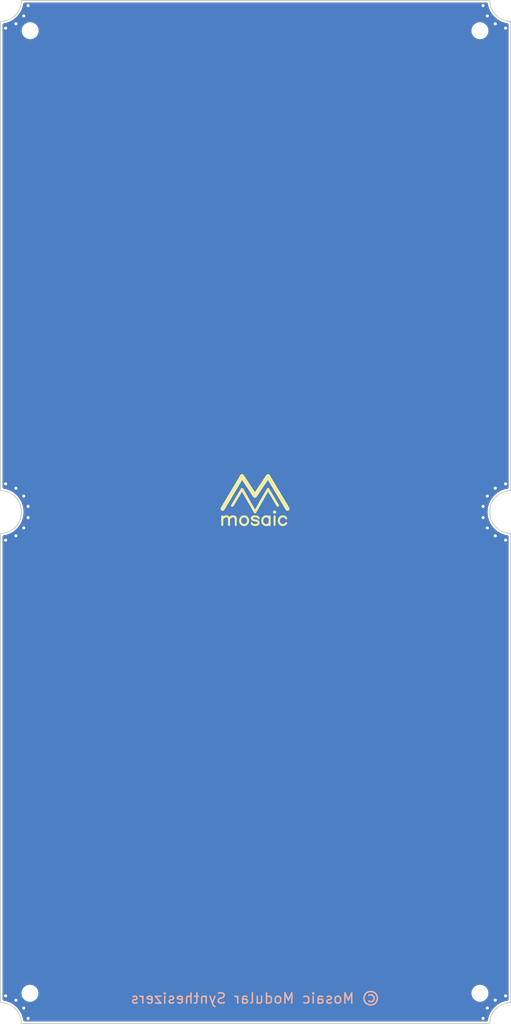
<source format=kicad_pcb>
(kicad_pcb (version 20240108) (generator "pcbnew") (generator_version "8.0")
  (title_block (company "Mosaic modular Synthesizers"))
  (layers (0 "F.Cu" signal) (31 "B.Cu" signal) (34 "B.Paste" user) (35 "F.Paste" user) (36 "B.SilkS" user "B.Silkscreen") (37 "F.SilkS" user "F.Silkscreen") (38 "B.Mask" user) (39 "F.Mask" user) (44 "Edge.Cuts" user))
  (net 0 "")
  (net 1 "GND")
  (footprint "0-MM:MM_LOGO" (layer "F.Cu") (at 149.95 100)
    (property "Reference" "REF3" (hide yes))
    (property "Value" "logo" (hide yes))
    (fp_line (start -3.209537 0.427546) (end -3.209537 0.668546) (stroke (width 0.2)) (layer "F.SilkS"))
    (fp_line (start -3.209537 0.668546) (end -3.209537 1.269546) (stroke (width 0.2)) (layer "F.SilkS"))
    (fp_line (start -3.209537 0.668546) (end -3.028537 0.487546) (stroke (width 0.2)) (layer "F.SilkS"))
    (fp_line (start -3.175 -0.3175) (end -1.27 -3.4925) (stroke (width 0.4064)) (layer "F.SilkS"))
    (fp_line (start -3.028537 0.487546) (end -2.908537 0.427546) (stroke (width 0.2)) (layer "F.SilkS"))
    (fp_line (start -2.908537 0.427546) (end -2.727537 0.427546) (stroke (width 0.2)) (layer "F.SilkS"))
    (fp_line (start -2.727537 0.427546) (end -2.607537 0.487546) (stroke (width 0.2)) (layer "F.SilkS"))
    (fp_line (start -2.607537 0.487546) (end -2.547537 0.668546) (stroke (width 0.2)) (layer "F.SilkS"))
    (fp_line (start -2.547537 0.668546) (end -2.547537 1.269546) (stroke (width 0.2)) (layer "F.SilkS"))
    (fp_line (start -2.547537 0.668546) (end -2.366537 0.487546) (stroke (width 0.2)) (layer "F.SilkS"))
    (fp_line (start -2.366537 0.487546) (end -2.246537 0.427546) (stroke (width 0.2)) (layer "F.SilkS"))
    (fp_line (start -2.246537 0.427546) (end -2.065537 0.427546) (stroke (width 0.2)) (layer "F.SilkS"))
    (fp_line (start -2.065537 0.427546) (end -1.945537 0.487546) (stroke (width 0.2)) (layer "F.SilkS"))
    (fp_line (start -1.945537 0.487546) (end -1.885537 0.668546) (stroke (width 0.2)) (layer "F.SilkS"))
    (fp_line (start -1.885537 0.668546) (end -1.885537 1.269546) (stroke (width 0.2)) (layer "F.SilkS"))
    (fp_line (start -1.464537 0.788546) (end -1.464537 0.908546) (stroke (width 0.2)) (layer "F.SilkS"))
    (fp_line (start -1.464537 0.908546) (end -1.403537 1.089546) (stroke (width 0.2)) (layer "F.SilkS"))
    (fp_line (start -1.403537 0.607546) (end -1.464537 0.788546) (stroke (width 0.2)) (layer "F.SilkS"))
    (fp_line (start -1.403537 1.089546) (end -1.283537 1.209546) (stroke (width 0.2)) (layer "F.SilkS"))
    (fp_line (start -1.283537 0.487546) (end -1.403537 0.607546) (stroke (width 0.2)) (layer "F.SilkS"))
    (fp_line (start -1.283537 1.209546) (end -1.163537 1.269546) (stroke (width 0.2)) (layer "F.SilkS"))
    (fp_line (start -1.27 -3.4925) (end -0.01524 -1.589784) (stroke (width 0.4064)) (layer "F.SilkS"))
    (fp_line (start -1.27 -2.2225) (end -2.2225 -0.635) (stroke (width 0.254)) (layer "F.SilkS"))
    (fp_line (start -1.27 -2.2225) (end 0 0) (stroke (width 0.254)) (layer "F.SilkS"))
    (fp_line (start -1.163537 0.427546) (end -1.283537 0.487546) (stroke (width 0.2)) (layer "F.SilkS"))
    (fp_line (start -1.163537 1.269546) (end -0.982537 1.269546) (stroke (width 0.2)) (layer "F.SilkS"))
    (fp_line (start -0.982537 0.427546) (end -1.163537 0.427546) (stroke (width 0.2)) (layer "F.SilkS"))
    (fp_line (start -0.982537 1.269546) (end -0.862537 1.209546) (stroke (width 0.2)) (layer "F.SilkS"))
    (fp_line (start -0.862537 0.487546) (end -0.982537 0.427546) (stroke (width 0.2)) (layer "F.SilkS"))
    (fp_line (start -0.862537 1.209546) (end -0.742537 1.089546) (stroke (width 0.2)) (layer "F.SilkS"))
    (fp_line (start -0.742537 0.607546) (end -0.862537 0.487546) (stroke (width 0.2)) (layer "F.SilkS"))
    (fp_line (start -0.742537 1.089546) (end -0.681537 0.908546) (stroke (width 0.2)) (layer "F.SilkS"))
    (fp_line (start -0.681537 0.788546) (end -0.742537 0.607546) (stroke (width 0.2)) (layer "F.SilkS"))
    (fp_line (start -0.681537 0.908546) (end -0.681537 0.788546) (stroke (width 0.2)) (layer "F.SilkS"))
    (fp_line (start -0.320537 0.607546) (end -0.260537 0.728546) (stroke (width 0.2)) (layer "F.SilkS"))
    (fp_line (start -0.260537 0.487546) (end -0.320537 0.607546) (stroke (width 0.2)) (layer "F.SilkS"))
    (fp_line (start -0.260537 0.728546) (end -0.140537 0.788546) (stroke (width 0.2)) (layer "F.SilkS"))
    (fp_line (start -0.260537 1.209546) (end -0.320537 1.089546) (stroke (width 0.2)) (layer "F.SilkS"))
    (fp_line (start -0.140537 0.788546) (end 0.160462 0.848546) (stroke (width 0.2)) (layer "F.SilkS"))
    (fp_line (start -0.080537 0.427546) (end -0.260537 0.487546) (stroke (width 0.2)) (layer "F.SilkS"))
    (fp_line (start -0.080537 1.269546) (end -0.260537 1.209546) (stroke (width 0.2)) (layer "F.SilkS"))
    (fp_line (start -0.01524 -1.589784) (end 1.27 -3.4925) (stroke (width 0.4064)) (layer "F.SilkS"))
    (fp_line (start 0 0) (end 1.27 -2.2225) (stroke (width 0.254)) (layer "F.SilkS"))
    (fp_line (start 0.100462 0.427546) (end -0.080537 0.427546) (stroke (width 0.2)) (layer "F.SilkS"))
    (fp_line (start 0.100462 1.269546) (end -0.080537 1.269546) (stroke (width 0.2)) (layer "F.SilkS"))
    (fp_line (start 0.160462 0.848546) (end 0.280462 0.908546) (stroke (width 0.2)) (layer "F.SilkS"))
    (fp_line (start 0.280462 0.487546) (end 0.100462 0.427546) (stroke (width 0.2)) (layer "F.SilkS"))
    (fp_line (start 0.280462 0.908546) (end 0.341462 1.029546) (stroke (width 0.2)) (layer "F.SilkS"))
    (fp_line (start 0.280462 1.209546) (end 0.100462 1.269546) (stroke (width 0.2)) (layer "F.SilkS"))
    (fp_line (start 0.341462 0.607546) (end 0.280462 0.487546) (stroke (width 0.2)) (layer "F.SilkS"))
    (fp_line (start 0.341462 1.029546) (end 0.341462 1.089546) (stroke (width 0.2)) (layer "F.SilkS"))
    (fp_line (start 0.341462 1.089546) (end 0.280462 1.209546) (stroke (width 0.2)) (layer "F.SilkS"))
    (fp_line (start 0.702462 0.788546) (end 0.702462 0.908546) (stroke (width 0.2)) (layer "F.SilkS"))
    (fp_line (start 0.702462 0.908546) (end 0.762462 1.089546) (stroke (width 0.2)) (layer "F.SilkS"))
    (fp_line (start 0.762462 0.607546) (end 0.702462 0.788546) (stroke (width 0.2)) (layer "F.SilkS"))
    (fp_line (start 0.762462 1.089546) (end 0.882462 1.209546) (stroke (width 0.2)) (layer "F.SilkS"))
    (fp_line (start 0.882462 0.487546) (end 0.762462 0.607546) (stroke (width 0.2)) (layer "F.SilkS"))
    (fp_line (start 0.882462 1.209546) (end 1.003462 1.269546) (stroke (width 0.2)) (layer "F.SilkS"))
    (fp_line (start 1.003462 0.427546) (end 0.882462 0.487546) (stroke (width 0.2)) (layer "F.SilkS"))
    (fp_line (start 1.003462 1.269546) (end 1.183462 1.269546) (stroke (width 0.2)) (layer "F.SilkS"))
    (fp_line (start 1.183462 0.427546) (end 1.003462 0.427546) (stroke (width 0.2)) (layer "F.SilkS"))
    (fp_line (start 1.183462 1.269546) (end 1.304462 1.209546) (stroke (width 0.2)) (layer "F.SilkS"))
    (fp_line (start 1.27 -3.4925) (end 3.175 -0.3175) (stroke (width 0.4064)) (layer "F.SilkS"))
    (fp_line (start 1.27 -2.2225) (end 2.2225 -0.635) (stroke (width 0.254)) (layer "F.SilkS"))
    (fp_line (start 1.304462 0.487546) (end 1.183462 0.427546) (stroke (width 0.2)) (layer "F.SilkS"))
    (fp_line (start 1.304462 1.209546) (end 1.424462 1.089546) (stroke (width 0.2)) (layer "F.SilkS"))
    (fp_line (start 1.424462 0.427546) (end 1.424462 0.607546) (stroke (width 0.2)) (layer "F.SilkS"))
    (fp_line (start 1.424462 0.607546) (end 1.304462 0.487546) (stroke (width 0.2)) (layer "F.SilkS"))
    (fp_line (start 1.424462 0.607546) (end 1.424462 1.089546) (stroke (width 0.2)) (layer "F.SilkS"))
    (fp_line (start 1.424462 1.089546) (end 1.424462 1.269546) (stroke (width 0.2)) (layer "F.SilkS"))
    (fp_line (start 1.845462 0.006546) (end 1.905462 0.066546) (stroke (width 0.2)) (layer "F.SilkS"))
    (fp_line (start 1.905462 -0.054453) (end 1.845462 0.006546) (stroke (width 0.2)) (layer "F.SilkS"))
    (fp_line (start 1.905462 0.066546) (end 1.965462 0.006546) (stroke (width 0.2)) (layer "F.SilkS"))
    (fp_line (start 1.905462 0.427546) (end 1.905462 1.269546) (stroke (width 0.2)) (layer "F.SilkS"))
    (fp_line (start 1.965462 0.006546) (end 1.905462 -0.054453) (stroke (width 0.2)) (layer "F.SilkS"))
    (fp_line (start 2.327462 0.788546) (end 2.327462 0.908546) (stroke (width 0.2)) (layer "F.SilkS"))
    (fp_line (start 2.327462 0.908546) (end 2.387462 1.089546) (stroke (width 0.2)) (layer "F.SilkS"))
    (fp_line (start 2.387462 0.607546) (end 2.327462 0.788546) (stroke (width 0.2)) (layer "F.SilkS"))
    (fp_line (start 2.387462 1.089546) (end 2.507462 1.209546) (stroke (width 0.2)) (layer "F.SilkS"))
    (fp_line (start 2.507462 0.487546) (end 2.387462 0.607546) (stroke (width 0.2)) (layer "F.SilkS"))
    (fp_line (start 2.507462 1.209546) (end 2.627462 1.269546) (stroke (width 0.2)) (layer "F.SilkS"))
    (fp_line (start 2.627462 0.427546) (end 2.507462 0.487546) (stroke (width 0.2)) (layer "F.SilkS"))
    (fp_line (start 2.627462 1.269546) (end 2.808462 1.269546) (stroke (width 0.2)) (layer "F.SilkS"))
    (fp_line (start 2.808462 0.427546) (end 2.627462 0.427546) (stroke (width 0.2)) (layer "F.SilkS"))
    (fp_line (start 2.808462 1.269546) (end 2.928462 1.209546) (stroke (width 0.2)) (layer "F.SilkS"))
    (fp_line (start 2.928462 0.487546) (end 2.808462 0.427546) (stroke (width 0.2)) (layer "F.SilkS"))
    (fp_line (start 2.928462 1.209546) (end 3.049462 1.089546) (stroke (width 0.2)) (layer "F.SilkS"))
    (fp_line (start 3.049462 0.607546) (end 2.928462 0.487546) (stroke (width 0.2)) (layer "F.SilkS"))
  )
  (footprint "0-MM:MM50x100_JLC_toolingholes" (layer "F.Cu") (at 149.95 100)
    (property "Reference" "REF2" (hide yes))
    (property "Value" "JLC_PCBA_tooling_holes" (hide yes))
    (pad "" np_thru_hole circle (at -22.01962 46.999999) (size 1.152 1.152) (drill 1.152) (layers "F&B.Cu" "*.Mask"))
    (pad "" np_thru_hole circle (at -22 -47) (size 1.152 1.152) (drill 1.152) (layers "F&B.Cu" "*.Mask"))
    (pad "" np_thru_hole circle (at 22 -47) (size 1.152 1.152) (drill 1.152) (layers "F&B.Cu" "*.Mask"))
    (pad "" np_thru_hole circle (at 22 47) (size 1.152 1.152) (drill 1.152) (layers "F&B.Cu" "*.Mask"))
  )
  (footprint "0-MM:copyright" (layer "F.Cu") (at 149.95 147.5)
    (property "Reference" "REF4" (hide yes))
    (property "Value" "copyright" (hide yes))
    (fp_text user "© Mosaic Modular Synthesizers" (at 0 0 0) (layer "B.SilkS") (effects (justify mirror)))
  )
  (gr_arc (start 174.95 102.1) (mid 172.899405 100) (end 174.95 97.9) (stroke (width 0.1)) (layer "Edge.Cuts"))
  (gr_arc (start 172.90003 149.948781) (mid 173.515087 148.514224) (end 174.95 147.9) (stroke (width 0.1)) (layer "Edge.Cuts"))
  (gr_arc (start 125.05 97.9) (mid 127.100595 100) (end 125.05 102.1) (stroke (width 0.1)) (layer "Edge.Cuts"))
  (gr_line (start 125.05 147.9) (end 125.05 102.1) (stroke (width 0.1)) (layer "Edge.Cuts"))
  (gr_arc (start 125.051219 147.90003) (mid 126.485776 148.515087) (end 127.1 149.95) (stroke (width 0.1)) (layer "Edge.Cuts"))
  (gr_line (start 174.95 52.1) (end 174.95 97.9) (stroke (width 0.1)) (layer "Edge.Cuts"))
  (gr_line (start 127.1 50.05) (end 172.9 50.05) (stroke (width 0.1)) (layer "Edge.Cuts"))
  (gr_line (start 172.9 149.95) (end 127.1 149.95) (stroke (width 0.1)) (layer "Edge.Cuts"))
  (gr_line (start 125.05 97.9) (end 125.05 52.1) (stroke (width 0.1)) (layer "Edge.Cuts"))
  (gr_line (start 174.95 102.1) (end 174.95 147.9) (stroke (width 0.1)) (layer "Edge.Cuts"))
  (gr_arc (start 174.948781 52.09997) (mid 173.514224 51.484913) (end 172.9 50.05) (stroke (width 0.1)) (layer "Edge.Cuts"))
  (gr_arc (start 127.09997 50.051219) (mid 126.484913 51.485776) (end 125.05 52.1) (stroke (width 0.1)) (layer "Edge.Cuts"))
  (via (at 126.555597 52.328115) (size 0.575) (drill 0.3) (layers "F.Cu" "B.Cu") (net 1))
  (via (at 126.555597 102.328115) (size 0.575) (drill 0.3) (layers "F.Cu" "B.Cu") (net 1))
  (via (at 125.546253 102.746199) (size 0.575) (drill 0.3) (layers "F.Cu" "B.Cu") (net 1))
  (via (at 173.444403 97.671885) (size 0.575) (drill 0.3) (layers "F.Cu" "B.Cu") (net 1))
  (via (at 125.546253 147.253801) (size 0.575) (drill 0.3) (layers "F.Cu" "B.Cu") (net 1))
  (via (at 172.671885 101.555597) (size 0.575) (drill 0.3) (layers "F.Cu" "B.Cu") (net 1))
  (via (at 125.546253 52.746199) (size 0.575) (drill 0.3) (layers "F.Cu" "B.Cu") (net 1))
  (via (at 172.671885 51.555597) (size 0.575) (drill 0.3) (layers "F.Cu" "B.Cu") (net 1))
  (via (at 127.746199 100.546253) (size 0.575) (drill 0.3) (layers "F.Cu" "B.Cu") (net 1))
  (via (at 127.328115 51.555597) (size 0.575) (drill 0.3) (layers "F.Cu" "B.Cu") (net 1))
  (via (at 174.453747 52.746199) (size 0.575) (drill 0.3) (layers "F.Cu" "B.Cu") (net 1))
  (via (at 127.746199 50.546253) (size 0.575) (drill 0.3) (layers "F.Cu" "B.Cu") (net 1))
  (via (at 173.444403 102.328115) (size 0.575) (drill 0.3) (layers "F.Cu" "B.Cu") (net 1))
  (via (at 173.444403 52.328115) (size 0.575) (drill 0.3) (layers "F.Cu" "B.Cu") (net 1))
  (via (at 173.444403 147.671885) (size 0.575) (drill 0.3) (layers "F.Cu" "B.Cu") (net 1))
  (via (at 174.453747 102.746199) (size 0.575) (drill 0.3) (layers "F.Cu" "B.Cu") (net 1))
  (via (at 174.453747 147.253801) (size 0.575) (drill 0.3) (layers "F.Cu" "B.Cu") (net 1))
  (via (at 127.746199 149.453747) (size 0.575) (drill 0.3) (layers "F.Cu" "B.Cu") (net 1))
  (via (at 172.253801 99.453747) (size 0.575) (drill 0.3) (layers "F.Cu" "B.Cu") (net 1))
  (via (at 127.746199 99.453747) (size 0.575) (drill 0.3) (layers "F.Cu" "B.Cu") (net 1))
  (via (at 174.453747 97.253801) (size 0.575) (drill 0.3) (layers "F.Cu" "B.Cu") (net 1))
  (via (at 172.253801 149.453747) (size 0.575) (drill 0.3) (layers "F.Cu" "B.Cu") (net 1))
  (via (at 172.671885 98.444403) (size 0.575) (drill 0.3) (layers "F.Cu" "B.Cu") (net 1))
  (via (at 127.328115 148.444403) (size 0.575) (drill 0.3) (layers "F.Cu" "B.Cu") (net 1))
  (via (at 172.253801 100.546253) (size 0.575) (drill 0.3) (layers "F.Cu" "B.Cu") (net 1))
  (via (at 172.671885 148.444403) (size 0.575) (drill 0.3) (layers "F.Cu" "B.Cu") (net 1))
  (via (at 125.546253 97.253801) (size 0.575) (drill 0.3) (layers "F.Cu" "B.Cu") (net 1))
  (via (at 127.328115 98.444403) (size 0.575) (drill 0.3) (layers "F.Cu" "B.Cu") (net 1))
  (via (at 126.555597 147.671885) (size 0.575) (drill 0.3) (layers "F.Cu" "B.Cu") (net 1))
  (via (at 127.328115 101.555597) (size 0.575) (drill 0.3) (layers "F.Cu" "B.Cu") (net 1))
  (via (at 172.253801 50.546253) (size 0.575) (drill 0.3) (layers "F.Cu" "B.Cu") (net 1))
  (via (at 126.555597 97.671885) (size 0.575) (drill 0.3) (layers "F.Cu" "B.Cu") (net 1))
  (zone (net 1) (net_name "GND") (layers "F&B.Cu") (name "GND") (connect_pads thru_hole_only (clearance 0.2)) (min_thickness 0.254) (fill yes (thermal_gap 0.508) (thermal_bridge_width 0.508))
    (polygon (pts (xy 175 150) (xy 125 150) (xy 125 50) (xy 175 50)))
  )
)
</source>
